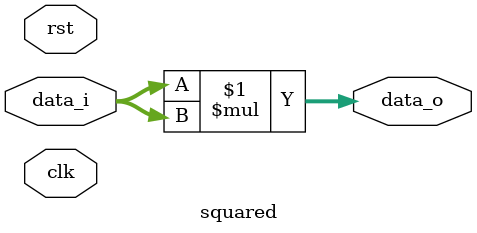
<source format=v>
`timescale	1ns/1ns

module squared #(
    parameter I_BW=14,
    parameter O_BW=26
)(
    input clk,
    input rst,
    input signed [I_BW-1:0] data_i,
    output signed [O_BW-1:0] data_o,
);
    // wire signed [2*I_BW-1:0] multiplied;
    
    assign data_o = data_i * data_i; 
    // always @(posedge clk or negedge rst) begin
    //     if (!rst) begin
    //         do_en <= 0;
    //         data_o <= 0;
    //         out_group_idx <= 0;
    //         out_group_num <= 0;
    //         is_first_out <= 0;
    //         is_last_out <= 0;
    //     end
    //     else if (di_en) begin
    //         do_en <= di_en;
    //         data_o <= multiplied;
    //         out_group_idx <= in_group_idx;
    //         out_group_num <= in_group_num;
    //         is_first_out <= is_first_in;
    //         is_last_out <= is_first_out;
    //     end else begin
    //         do_en <= 0;
    //     end
    // end

    // always @(posedge clk) begin
    //     if (di_en==1 | do_en==1) begin
    //     //   $display("in_group_idx=%d, di_en=%b, data_i=%b, out_group_idx=%d, do_en=%b, data_o=%b", in_group_idx, di_en, data_i, out_group_idx, do_en, data_o);            
    //     end
    //     // $display("in_group_idx=%d, di_en=%b, data_i=%b, out_group_idx=%d, do_en=%b, data_o=%b", in_group_idx, di_en, data_i, out_group_idx, do_en, data_o);            
    // end
endmodule
</source>
